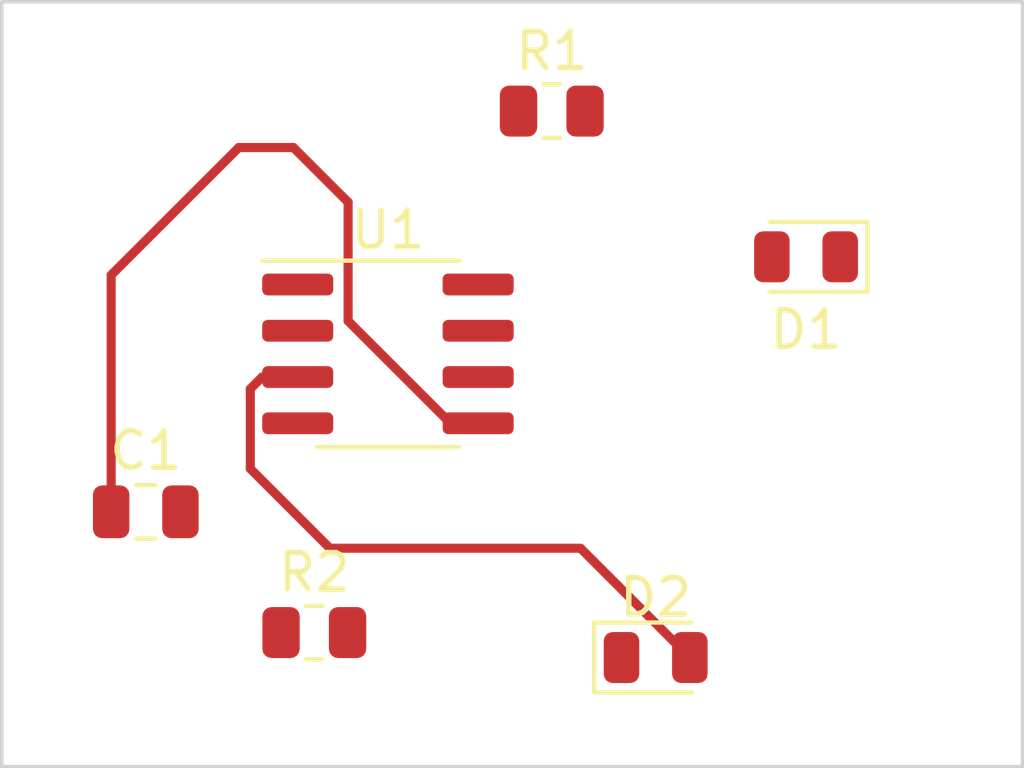
<source format=kicad_pcb>
(kicad_pcb (version 20240108) (generator "pcbnew") (generator_version "8.0")
  (layers (0 "F.Cu" signal) (31 "B.Cu" signal) (34 "B.Paste" user) (35 "F.Paste" user) (36 "B.SilkS" user "B.Silkscreen") (37 "F.SilkS" user "F.Silkscreen") (38 "B.Mask" user) (39 "F.Mask" user) (44 "Edge.Cuts" user))
  (net 0 "")
  (net 1 "Net-(U1-CV)")
  (net 2 "GND")
  (net 3 "Net-(D1-K)")
  (net 4 "Net-(D1-A)")
  (net 5 "Net-(D2-K)")
  (net 6 "VCC")
  (net 8 "Net-(U1-DIS)")
  (footprint "Capacitor_SMD:C_0805_2012Metric" (layer "F.Cu") (at 19.95 28)
    (property "Reference" "C1" (at 0 -1.68 0) (layer "F.SilkS"))
    (property "Value" "C")
    (fp_line (start -0.261252 -0.735) (end 0.261252 -0.735) (stroke (width 0.12)) (layer "F.SilkS"))
    (fp_line (start -0.261252 0.735) (end 0.261252 0.735) (stroke (width 0.12)) (layer "F.SilkS"))
    (pad "1" smd roundrect (at -0.95 0) (size 1 1.45) (layers "F.Cu" "F.Paste" "F.Mask") (net 1 "Net-(U1-CV)"))
    (pad "2" smd roundrect (at 0.95 0) (size 1 1.45) (layers "F.Cu" "F.Paste" "F.Mask") (net 2 "GND"))
  )
  (footprint "Resistor_SMD:R_0805_2012Metric" (layer "F.Cu") (at 31.0875 17)
    (property "Reference" "R1" (at 0 -1.65 0) (layer "F.SilkS"))
    (property "Value" "R")
    (fp_line (start -0.227064 -0.735) (end 0.227064 -0.735) (stroke (width 0.12)) (layer "F.SilkS"))
    (fp_line (start -0.227064 0.735) (end 0.227064 0.735) (stroke (width 0.12)) (layer "F.SilkS"))
    (pad "1" smd roundrect (at -0.9125 0) (size 1.025 1.4) (layers "F.Cu" "F.Paste" "F.Mask") (roundrect_rratio 0.243902) (net 4 "Net-(D1-A)"))
    (pad "2" smd roundrect (at 0.9125 0) (size 1.025 1.4) (layers "F.Cu" "F.Paste" "F.Mask") (roundrect_rratio 0.243902) (net 6 "VCC"))
  )
  (footprint "Package_SO:SOIC-8_3.9x4.9mm_P1.27mm" (layer "F.Cu") (at 26.5925 23.665)
    (property "Reference" "U1" (at 0 -3.4 0) (layer "F.SilkS"))
    (property "Value" "LM555xM")
    (fp_line (start 0 -2.56) (end -3.45 -2.56) (stroke (width 0.12)) (layer "F.SilkS"))
    (fp_line (start 0 -2.56) (end 1.95 -2.56) (stroke (width 0.12)) (layer "F.SilkS"))
    (fp_line (start 0 2.56) (end -1.95 2.56) (stroke (width 0.12)) (layer "F.SilkS"))
    (fp_line (start 0 2.56) (end 1.95 2.56) (stroke (width 0.12)) (layer "F.SilkS"))
    (pad "1" smd roundrect (at -2.475 -1.905) (size 1.95 0.6) (layers "F.Cu" "F.Paste" "F.Mask") (net 2 "GND"))
    (pad "2" smd roundrect (at -2.475 -0.635) (size 1.95 0.6) (layers "F.Cu" "F.Paste" "F.Mask"))
    (pad "3" smd roundrect (at -2.475 0.635) (size 1.95 0.6) (layers "F.Cu" "F.Paste" "F.Mask") (net 3 "Net-(D1-K)"))
    (pad "4" smd roundrect (at -2.475 1.905) (size 1.95 0.6) (layers "F.Cu" "F.Paste" "F.Mask") (net 6 "VCC"))
    (pad "5" smd roundrect (at 2.475 1.905) (size 1.95 0.6) (layers "F.Cu" "F.Paste" "F.Mask") (net 1 "Net-(U1-CV)"))
    (pad "6" smd roundrect (at 2.475 0.635) (size 1.95 0.6) (layers "F.Cu" "F.Paste" "F.Mask") (net 8 "Net-(U1-DIS)"))
    (pad "7" smd roundrect (at 2.475 -0.635) (size 1.95 0.6) (layers "F.Cu" "F.Paste" "F.Mask") (net 8 "Net-(U1-DIS)"))
    (pad "8" smd roundrect (at 2.475 -1.905) (size 1.95 0.6) (layers "F.Cu" "F.Paste" "F.Mask") (net 6 "VCC"))
  )
  (footprint "Resistor_SMD:R_0805_2012Metric" (layer "F.Cu") (at 24.5725 31.315)
    (property "Reference" "R2" (at 0 -1.65 0) (layer "F.SilkS"))
    (property "Value" "R")
    (fp_line (start -0.227064 -0.735) (end 0.227064 -0.735) (stroke (width 0.12)) (layer "F.SilkS"))
    (fp_line (start -0.227064 0.735) (end 0.227064 0.735) (stroke (width 0.12)) (layer "F.SilkS"))
    (pad "1" smd roundrect (at -0.9125 0) (size 1.025 1.4) (layers "F.Cu" "F.Paste" "F.Mask") (roundrect_rratio 0.243902) (net 2 "GND"))
    (pad "2" smd roundrect (at 0.9125 0) (size 1.025 1.4) (layers "F.Cu" "F.Paste" "F.Mask") (roundrect_rratio 0.243902) (net 5 "Net-(D2-K)"))
  )
  (footprint "LED_SMD:LED_0805_2012Metric" (layer "F.Cu") (at 33.9375 32)
    (property "Reference" "D2" (at 0 -1.65 0) (layer "F.SilkS"))
    (property "Value" "LED")
    (fp_line (start -1.685 -0.96) (end -1.685 0.96) (stroke (width 0.12)) (layer "F.SilkS"))
    (fp_line (start -1.685 0.96) (end 1 0.96) (stroke (width 0.12)) (layer "F.SilkS"))
    (fp_line (start 1 -0.96) (end -1.685 -0.96) (stroke (width 0.12)) (layer "F.SilkS"))
    (pad "1" smd roundrect (at -0.9375 0) (size 0.975 1.4) (layers "F.Cu" "F.Paste" "F.Mask") (net 5 "Net-(D2-K)"))
    (pad "2" smd roundrect (at 0.9375 0) (size 0.975 1.4) (layers "F.Cu" "F.Paste" "F.Mask") (net 3 "Net-(D1-K)"))
  )
  (footprint "LED_SMD:LED_0805_2012Metric" (layer "F.Cu") (at 38.0625 21 180)
    (property "Reference" "D1" (at 0 -2 0) (layer "F.SilkS"))
    (property "Value" "LED")
    (fp_line (start 1 -0.96) (end -1.685 -0.96) (stroke (width 0.12)) (layer "F.SilkS"))
    (fp_line (start -1.685 0.96) (end 1 0.96) (stroke (width 0.12)) (layer "F.SilkS"))
    (fp_line (start -1.685 -0.96) (end -1.685 0.96) (stroke (width 0.12)) (layer "F.SilkS"))
    (pad "1" smd roundrect (at -0.9375 0 180) (size 0.975 1.4) (layers "F.Cu" "F.Paste" "F.Mask") (net 3 "Net-(D1-K)"))
    (pad "2" smd roundrect (at 0.9375 0 180) (size 0.975 1.4) (layers "F.Cu" "F.Paste" "F.Mask") (net 4 "Net-(D1-A)"))
  )
  (gr_rect (start 16 14) (end 44 35) (stroke (width 0.1)) (fill none) (layer "Edge.Cuts"))
  (segment (start 29.0675 25.57) (end 28.308408 25.57) (width 0.25) (layer "F.Cu") (net 1))
  (segment (start 25.5 22.761592) (end 25.5 19.5) (width 0.25) (layer "F.Cu") (net 1))
  (segment (start 19 21.5) (end 19 28) (width 0.25) (layer "F.Cu") (net 1))
  (segment (start 28.308408 25.57) (end 25.5 22.761592) (width 0.25) (layer "F.Cu") (net 1))
  (segment (start 22.5 18) (end 19 21.5) (width 0.25) (layer "F.Cu") (net 1))
  (segment (start 24 18) (end 22.5 18) (width 0.25) (layer "F.Cu") (net 1))
  (segment (start 25.5 19.5) (end 24 18) (width 0.25) (layer "F.Cu") (net 1))
  (segment (start 23.66 30.76) (end 23.66 31.315) (width 0.25) (layer "F.Cu") (net 2))
  (segment (start 25 29) (end 31.875 29) (width 0.25) (layer "F.Cu") (net 3))
  (segment (start 22.8175 26.8175) (end 25 29) (width 0.25) (layer "F.Cu") (net 3))
  (segment (start 22.8175 24.625001) (end 22.8175 26.8175) (width 0.25) (layer "F.Cu") (net 3))
  (segment (start 23.142501 24.3) (end 22.8175 24.625001) (width 0.25) (layer "F.Cu") (net 3))
  (segment (start 31.875 29) (end 34.875 32) (width 0.25) (layer "F.Cu") (net 3))
  (segment (start 24.1175 24.3) (end 23.142501 24.3) (width 0.25) (layer "F.Cu") (net 3))
)
</source>
